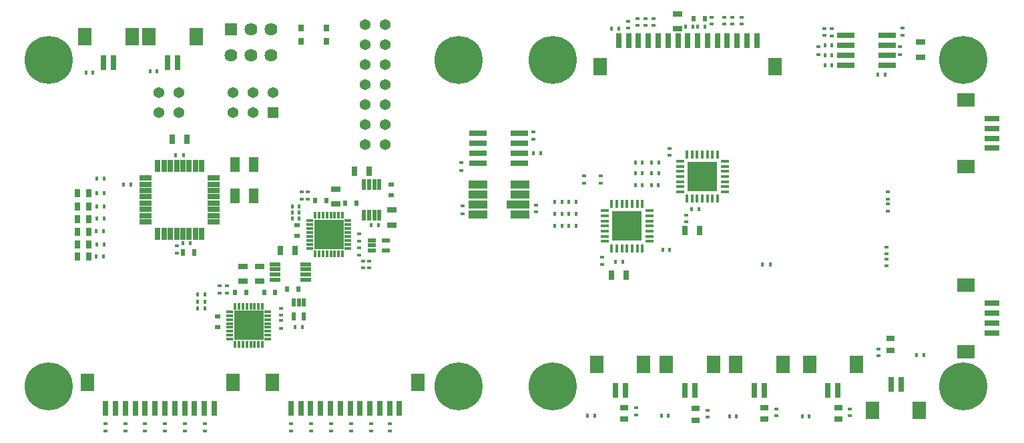
<source format=gbs>
G04*
G04 #@! TF.GenerationSoftware,Altium Limited,Altium Designer,19.1.5 (86)*
G04*
G04 Layer_Color=16711935*
%FSLAX44Y44*%
%MOMM*%
G71*
G01*
G75*
%ADD17R,0.8000X0.6000*%
%ADD18R,0.6000X0.4000*%
%ADD19R,0.4000X0.6000*%
%ADD20R,0.6000X0.4500*%
%ADD22R,1.3000X0.8000*%
%ADD25R,0.4500X0.6000*%
%ADD36R,0.5000X0.9000*%
%ADD49R,0.8016X1.0016*%
%ADD56C,1.3716*%
%ADD57R,1.3716X1.3716*%
%ADD58C,6.1016*%
%ADD59C,1.6256*%
%ADD60R,1.6256X1.6256*%
%ADD74R,0.8000X1.3000*%
%ADD81R,0.6000X0.8000*%
%ADD92R,3.8016X3.8016*%
%ADD93R,0.4316X1.1416*%
%ADD94R,1.1416X0.4316*%
%ADD95R,0.5516X1.4516*%
%ADD96R,1.7016X2.3016*%
%ADD97R,0.8016X1.9016*%
%ADD98R,1.4516X0.5516*%
%ADD99R,1.0016X0.8016*%
%ADD100R,2.3016X1.7016*%
%ADD101R,1.9016X0.8016*%
%ADD102R,1.6016X0.6516*%
%ADD103R,0.6516X1.6016*%
%ADD104R,0.8016X0.8516*%
%ADD105R,2.3016X0.7016*%
%ADD106R,2.3516X1.0016*%
%ADD107R,2.9016X1.0016*%
%ADD108R,3.7016X3.7016*%
%ADD109R,0.9416X0.3616*%
%ADD110R,0.3616X0.9416*%
%ADD111R,1.1016X0.5716*%
%ADD112R,1.3016X1.9016*%
%ADD113R,0.5716X1.1016*%
D17*
X569570Y458430D02*
D03*
Y472430D02*
D03*
X688950Y523880D02*
D03*
Y509880D02*
D03*
X469250Y356500D02*
D03*
Y342500D02*
D03*
D18*
X1000100Y240060D02*
D03*
Y231060D02*
D03*
X1090270Y236940D02*
D03*
Y227940D02*
D03*
X1177900Y238790D02*
D03*
Y229790D02*
D03*
X1270610Y238790D02*
D03*
Y229790D02*
D03*
X1307440Y305990D02*
D03*
Y314990D02*
D03*
X955500Y525750D02*
D03*
Y534750D02*
D03*
X653390Y426750D02*
D03*
Y417750D02*
D03*
X661010D02*
D03*
Y426750D02*
D03*
X1095350Y736630D02*
D03*
Y727630D02*
D03*
X1318870Y505380D02*
D03*
Y514380D02*
D03*
X1317600Y429290D02*
D03*
Y420290D02*
D03*
X327000Y219740D02*
D03*
Y210740D02*
D03*
X352146Y219740D02*
D03*
Y210740D02*
D03*
X377292Y219740D02*
D03*
Y210740D02*
D03*
X402438Y219740D02*
D03*
Y210740D02*
D03*
X427584Y219740D02*
D03*
Y210740D02*
D03*
X452730Y219740D02*
D03*
Y210740D02*
D03*
X561950Y219740D02*
D03*
Y210740D02*
D03*
X587350Y219740D02*
D03*
Y210740D02*
D03*
X612750Y219740D02*
D03*
Y210740D02*
D03*
X638150Y219740D02*
D03*
Y210740D02*
D03*
X663550Y219740D02*
D03*
Y210740D02*
D03*
X687680Y219740D02*
D03*
Y210740D02*
D03*
X873100Y488870D02*
D03*
Y497870D02*
D03*
X1042500Y569750D02*
D03*
Y560750D02*
D03*
X933750Y534500D02*
D03*
Y525500D02*
D03*
X1063600Y476170D02*
D03*
Y485170D02*
D03*
X957250Y422500D02*
D03*
Y431500D02*
D03*
X1318870Y490140D02*
D03*
Y499140D02*
D03*
X1317600Y444530D02*
D03*
Y435530D02*
D03*
X575920Y505380D02*
D03*
Y514380D02*
D03*
X471780Y386000D02*
D03*
Y395000D02*
D03*
X648310Y443260D02*
D03*
Y434260D02*
D03*
X549250Y357480D02*
D03*
Y366480D02*
D03*
X583540Y505380D02*
D03*
Y514380D02*
D03*
X480670Y386000D02*
D03*
Y395000D02*
D03*
X1247750Y712970D02*
D03*
Y721970D02*
D03*
X1238860Y722080D02*
D03*
Y713080D02*
D03*
X1337920Y722660D02*
D03*
Y713660D02*
D03*
X1133450Y736630D02*
D03*
Y727630D02*
D03*
X1122020Y736630D02*
D03*
Y727630D02*
D03*
X1111860Y736630D02*
D03*
Y727630D02*
D03*
X1022246Y735066D02*
D03*
Y726066D02*
D03*
X1012086Y735066D02*
D03*
Y726066D02*
D03*
X1001926Y735066D02*
D03*
Y726066D02*
D03*
X989940Y731550D02*
D03*
Y722550D02*
D03*
D19*
X1355750Y307000D02*
D03*
X1364750D02*
D03*
X947250Y229750D02*
D03*
X938250D02*
D03*
X1041000Y230000D02*
D03*
X1032000D02*
D03*
X1127250Y229250D02*
D03*
X1118250D02*
D03*
X1219500Y229500D02*
D03*
X1210500D02*
D03*
X1033500Y441000D02*
D03*
X1042500D02*
D03*
X316150Y531470D02*
D03*
X325150D02*
D03*
X324460Y432410D02*
D03*
X315460D02*
D03*
X324910Y447650D02*
D03*
X315910D02*
D03*
X324460Y464160D02*
D03*
X315460D02*
D03*
X324910Y480670D02*
D03*
X315910D02*
D03*
X324910Y495910D02*
D03*
X315910D02*
D03*
X324910Y512420D02*
D03*
X315910D02*
D03*
X878870Y563220D02*
D03*
X869870D02*
D03*
X1007830Y522580D02*
D03*
X998830D02*
D03*
X914620Y471680D02*
D03*
X923620D02*
D03*
X1007830Y537820D02*
D03*
X998830D02*
D03*
X914620Y486920D02*
D03*
X923620D02*
D03*
X1007830Y551790D02*
D03*
X998830D02*
D03*
X914620Y502160D02*
D03*
X923620D02*
D03*
X1028150Y522580D02*
D03*
X1019150D02*
D03*
X896840Y471680D02*
D03*
X905840D02*
D03*
X1028730Y537820D02*
D03*
X1019730D02*
D03*
X896840Y486920D02*
D03*
X905840D02*
D03*
X1028730Y551790D02*
D03*
X1019730D02*
D03*
X896840Y502160D02*
D03*
X905840D02*
D03*
X383460Y667360D02*
D03*
X392460D02*
D03*
X302180Y666090D02*
D03*
X311180D02*
D03*
X563800Y480670D02*
D03*
X572800D02*
D03*
X443890Y366230D02*
D03*
X452890D02*
D03*
X572800Y495910D02*
D03*
X563800D02*
D03*
X452890Y384010D02*
D03*
X443890D02*
D03*
X572800Y488290D02*
D03*
X563800D02*
D03*
X452890Y375120D02*
D03*
X443890D02*
D03*
X1248440Y700380D02*
D03*
X1239440D02*
D03*
Y674980D02*
D03*
X1248440D02*
D03*
X1306750Y663550D02*
D03*
X1315750D02*
D03*
X1248440Y687680D02*
D03*
X1239440D02*
D03*
X349750Y523850D02*
D03*
X358750D02*
D03*
X968930Y721970D02*
D03*
X977930D02*
D03*
X1071910Y724510D02*
D03*
X1062910D02*
D03*
D20*
X869290Y591080D02*
D03*
Y581080D02*
D03*
X777850Y551710D02*
D03*
Y541710D02*
D03*
X779750Y487000D02*
D03*
Y497000D02*
D03*
X648310Y461460D02*
D03*
Y451460D02*
D03*
X549250Y340970D02*
D03*
Y350970D02*
D03*
X1231240Y689030D02*
D03*
Y699030D02*
D03*
X1334110D02*
D03*
Y689030D02*
D03*
X417170Y436300D02*
D03*
Y446300D02*
D03*
D22*
X690220Y472440D02*
D03*
Y491440D02*
D03*
X1052170Y740750D02*
D03*
Y721750D02*
D03*
X1360780Y704800D02*
D03*
Y685800D02*
D03*
X619100Y518110D02*
D03*
Y499110D02*
D03*
X522580Y419660D02*
D03*
Y400660D02*
D03*
X501250Y419750D02*
D03*
Y400750D02*
D03*
D25*
X577110Y342240D02*
D03*
X567110D02*
D03*
X673630Y471780D02*
D03*
X663630D02*
D03*
X1160200Y422250D02*
D03*
X1170200D02*
D03*
X1087650Y724510D02*
D03*
X1077650D02*
D03*
X1070000Y492750D02*
D03*
X1080000D02*
D03*
X973500Y425750D02*
D03*
X983500D02*
D03*
X424790Y448920D02*
D03*
X434790D02*
D03*
X425980Y560680D02*
D03*
X415980D02*
D03*
D36*
X439830Y437490D02*
D03*
X424830D02*
D03*
D49*
X290990Y432368D02*
D03*
X305990D02*
D03*
X290990Y448011D02*
D03*
X305990D02*
D03*
X290990Y463654D02*
D03*
X305990D02*
D03*
X290990Y480205D02*
D03*
X305990D02*
D03*
X290990Y496313D02*
D03*
X305990D02*
D03*
X290990Y512420D02*
D03*
X305990D02*
D03*
D56*
X655930Y701650D02*
D03*
X681330Y650850D02*
D03*
X655930Y625450D02*
D03*
X488290Y615290D02*
D03*
Y640690D02*
D03*
X513690Y615290D02*
D03*
Y640690D02*
D03*
X539090D02*
D03*
X681330Y676250D02*
D03*
X655930D02*
D03*
X681330Y701650D02*
D03*
Y727050D02*
D03*
X655930D02*
D03*
Y650850D02*
D03*
X681330Y625450D02*
D03*
X655930Y600050D02*
D03*
X681330D02*
D03*
Y574650D02*
D03*
X655930D02*
D03*
X419710Y640690D02*
D03*
Y615290D02*
D03*
X394310Y640690D02*
D03*
Y615290D02*
D03*
D57*
X539090D02*
D03*
D58*
X1414610Y682310D02*
D03*
Y267310D02*
D03*
X894610D02*
D03*
X774610Y267310D02*
D03*
X894610Y682310D02*
D03*
X774610D02*
D03*
X254610D02*
D03*
Y267310D02*
D03*
D59*
X536550Y687680D02*
D03*
X511150D02*
D03*
X485750D02*
D03*
X536550Y720700D02*
D03*
X511150D02*
D03*
D60*
X485750D02*
D03*
D74*
X548640Y440030D02*
D03*
X567640D02*
D03*
X1061720Y465430D02*
D03*
X1080720D02*
D03*
X987500Y409000D02*
D03*
X968500D02*
D03*
X430480Y581000D02*
D03*
X411480D02*
D03*
X642620Y540360D02*
D03*
X661620D02*
D03*
D81*
X1073110Y734670D02*
D03*
X1087110D02*
D03*
X607050Y503530D02*
D03*
X593050D02*
D03*
X631150Y499720D02*
D03*
X645150D02*
D03*
X505450Y386690D02*
D03*
X491450D02*
D03*
X557490Y390500D02*
D03*
X571490D02*
D03*
X528280Y386690D02*
D03*
X542280D02*
D03*
D92*
X988500Y471000D02*
D03*
X1083920Y534010D02*
D03*
D93*
X1008000Y499350D02*
D03*
X1001500D02*
D03*
X995000D02*
D03*
X988500D02*
D03*
X982000D02*
D03*
X975500D02*
D03*
X969000D02*
D03*
Y442650D02*
D03*
X975500D02*
D03*
X982000D02*
D03*
X988500D02*
D03*
X995000D02*
D03*
X1001500D02*
D03*
X1008000D02*
D03*
X1103420Y505660D02*
D03*
X1096920D02*
D03*
X1090420D02*
D03*
X1083920D02*
D03*
X1077420D02*
D03*
X1070920D02*
D03*
X1064420D02*
D03*
Y562360D02*
D03*
X1070920D02*
D03*
X1077420D02*
D03*
X1083920D02*
D03*
X1090420D02*
D03*
X1096920D02*
D03*
X1103420D02*
D03*
D94*
X1016850Y451500D02*
D03*
Y458000D02*
D03*
Y464500D02*
D03*
Y471000D02*
D03*
Y477500D02*
D03*
Y484000D02*
D03*
Y490500D02*
D03*
X960150D02*
D03*
Y484000D02*
D03*
Y477500D02*
D03*
Y471000D02*
D03*
Y464500D02*
D03*
Y458000D02*
D03*
Y451500D02*
D03*
X1055570Y514510D02*
D03*
Y521010D02*
D03*
Y527510D02*
D03*
Y534010D02*
D03*
Y540510D02*
D03*
Y547010D02*
D03*
Y553510D02*
D03*
X1112270D02*
D03*
Y547010D02*
D03*
Y540510D02*
D03*
Y534010D02*
D03*
Y527510D02*
D03*
Y521010D02*
D03*
Y514510D02*
D03*
D95*
X674250Y484500D02*
D03*
X667750D02*
D03*
X661250D02*
D03*
X654750D02*
D03*
X674250Y524000D02*
D03*
X667750D02*
D03*
X661250D02*
D03*
X654750D02*
D03*
D96*
X1279310Y295250D02*
D03*
X1219810D02*
D03*
X488290Y272390D02*
D03*
X303790D02*
D03*
X723280Y272370D02*
D03*
X538780D02*
D03*
X1359320Y236830D02*
D03*
X1299820D02*
D03*
X1038390Y295250D02*
D03*
X1097890D02*
D03*
X1126560Y295230D02*
D03*
X1186060D02*
D03*
X950130D02*
D03*
X1009630D02*
D03*
X954470Y673730D02*
D03*
X1176470D02*
D03*
X382240Y711790D02*
D03*
X441740D02*
D03*
X300960D02*
D03*
X360460D02*
D03*
D97*
X1255810Y262250D02*
D03*
X1243310D02*
D03*
X464790Y239390D02*
D03*
X452290D02*
D03*
X427290D02*
D03*
X439790D02*
D03*
X389790D02*
D03*
X377290D02*
D03*
X402290D02*
D03*
X414790D02*
D03*
X352290D02*
D03*
X364790D02*
D03*
X339790D02*
D03*
X327290D02*
D03*
X699780Y239370D02*
D03*
X687280D02*
D03*
X662280D02*
D03*
X674780D02*
D03*
X624780D02*
D03*
X612280D02*
D03*
X637280D02*
D03*
X649780D02*
D03*
X587280D02*
D03*
X599780D02*
D03*
X574780D02*
D03*
X562280D02*
D03*
X1335820Y269830D02*
D03*
X1323320D02*
D03*
X1061890Y262250D02*
D03*
X1074390D02*
D03*
X1150060Y262230D02*
D03*
X1162560D02*
D03*
X973630D02*
D03*
X986130D02*
D03*
X977970Y706730D02*
D03*
X990470D02*
D03*
X1015470D02*
D03*
X1002970D02*
D03*
X1052970D02*
D03*
X1065470D02*
D03*
X1040470D02*
D03*
X1027970D02*
D03*
X1090470D02*
D03*
X1077970D02*
D03*
X1140470D02*
D03*
X1152970D02*
D03*
X1102970D02*
D03*
X1127970D02*
D03*
X1115470D02*
D03*
X405740Y678790D02*
D03*
X418240D02*
D03*
X324460D02*
D03*
X336960D02*
D03*
D98*
X541630Y403050D02*
D03*
Y409550D02*
D03*
Y416050D02*
D03*
Y422550D02*
D03*
X581130Y403050D02*
D03*
Y409550D02*
D03*
Y416050D02*
D03*
Y422550D02*
D03*
D99*
X984860Y225520D02*
D03*
Y240520D02*
D03*
X1075030Y224250D02*
D03*
Y239250D02*
D03*
X1162660Y225520D02*
D03*
Y240520D02*
D03*
X1256450Y225520D02*
D03*
Y240520D02*
D03*
X1322680Y328150D02*
D03*
Y313150D02*
D03*
D100*
X1417950Y396220D02*
D03*
Y311720D02*
D03*
X1418458Y546570D02*
D03*
Y631070D02*
D03*
D101*
X1450950Y347720D02*
D03*
Y335220D02*
D03*
Y360220D02*
D03*
Y372720D02*
D03*
X1451458Y607570D02*
D03*
Y595070D02*
D03*
Y570070D02*
D03*
Y582570D02*
D03*
D102*
X378160Y532230D02*
D03*
Y524230D02*
D03*
Y516230D02*
D03*
Y508230D02*
D03*
Y500230D02*
D03*
Y492230D02*
D03*
Y484230D02*
D03*
Y476230D02*
D03*
X464160D02*
D03*
Y484230D02*
D03*
Y492230D02*
D03*
Y500230D02*
D03*
Y508230D02*
D03*
Y516230D02*
D03*
Y524230D02*
D03*
Y532230D02*
D03*
D103*
X393160Y461230D02*
D03*
X401160D02*
D03*
X409160D02*
D03*
X417160D02*
D03*
X425160D02*
D03*
X433160D02*
D03*
X441160D02*
D03*
X449160D02*
D03*
Y547230D02*
D03*
X441160D02*
D03*
X433160D02*
D03*
X425160D02*
D03*
X417160D02*
D03*
X409160D02*
D03*
X401160D02*
D03*
X393160D02*
D03*
D104*
X575160Y722600D02*
D03*
X607160D02*
D03*
Y706100D02*
D03*
X575160D02*
D03*
D105*
X799510Y550520D02*
D03*
Y563220D02*
D03*
Y588620D02*
D03*
X851510Y550520D02*
D03*
Y563220D02*
D03*
Y588620D02*
D03*
X799510Y575920D02*
D03*
X851510D02*
D03*
X1266200Y674980D02*
D03*
Y687680D02*
D03*
Y713080D02*
D03*
X1318200Y674980D02*
D03*
Y687680D02*
D03*
Y713080D02*
D03*
X1266200Y700380D02*
D03*
X1318200D02*
D03*
D106*
X852860Y523800D02*
D03*
Y511300D02*
D03*
Y485800D02*
D03*
X799360D02*
D03*
Y498300D02*
D03*
Y511300D02*
D03*
Y523800D02*
D03*
D107*
X850110Y498300D02*
D03*
D108*
X610210Y460350D02*
D03*
X508610Y344780D02*
D03*
D109*
X585860Y477850D02*
D03*
Y472850D02*
D03*
Y467850D02*
D03*
Y462850D02*
D03*
Y457850D02*
D03*
Y452850D02*
D03*
Y447850D02*
D03*
Y442850D02*
D03*
X634560D02*
D03*
Y447850D02*
D03*
Y452850D02*
D03*
Y457850D02*
D03*
Y462850D02*
D03*
Y467850D02*
D03*
Y472850D02*
D03*
Y477850D02*
D03*
X484260Y362280D02*
D03*
Y357280D02*
D03*
Y352280D02*
D03*
Y347280D02*
D03*
Y342280D02*
D03*
Y337280D02*
D03*
Y332280D02*
D03*
Y327280D02*
D03*
X532960D02*
D03*
Y332280D02*
D03*
Y337280D02*
D03*
Y342280D02*
D03*
Y347280D02*
D03*
Y352280D02*
D03*
Y357280D02*
D03*
Y362280D02*
D03*
D110*
X627710Y484700D02*
D03*
X622710D02*
D03*
X617710D02*
D03*
X612710D02*
D03*
X607710D02*
D03*
X602710D02*
D03*
X597710D02*
D03*
X592710D02*
D03*
Y436000D02*
D03*
X597710D02*
D03*
X602710D02*
D03*
X607710D02*
D03*
X612710D02*
D03*
X617710D02*
D03*
X622710D02*
D03*
X627710D02*
D03*
X526110Y369130D02*
D03*
X521110D02*
D03*
X516110D02*
D03*
X511110D02*
D03*
X506110D02*
D03*
X501110D02*
D03*
X496110D02*
D03*
X491110D02*
D03*
Y320430D02*
D03*
X496110D02*
D03*
X501110D02*
D03*
X506110D02*
D03*
X511110D02*
D03*
X516110D02*
D03*
X521110D02*
D03*
X526110D02*
D03*
D111*
X664820Y446380D02*
D03*
X682820Y452880D02*
D03*
Y439880D02*
D03*
X664820Y452880D02*
D03*
Y439880D02*
D03*
D112*
X514830Y549250D02*
D03*
Y509250D02*
D03*
X490830D02*
D03*
Y549250D02*
D03*
D113*
X572110Y373990D02*
D03*
X578610Y355990D02*
D03*
X565610D02*
D03*
X578610Y373990D02*
D03*
X565610D02*
D03*
M02*

</source>
